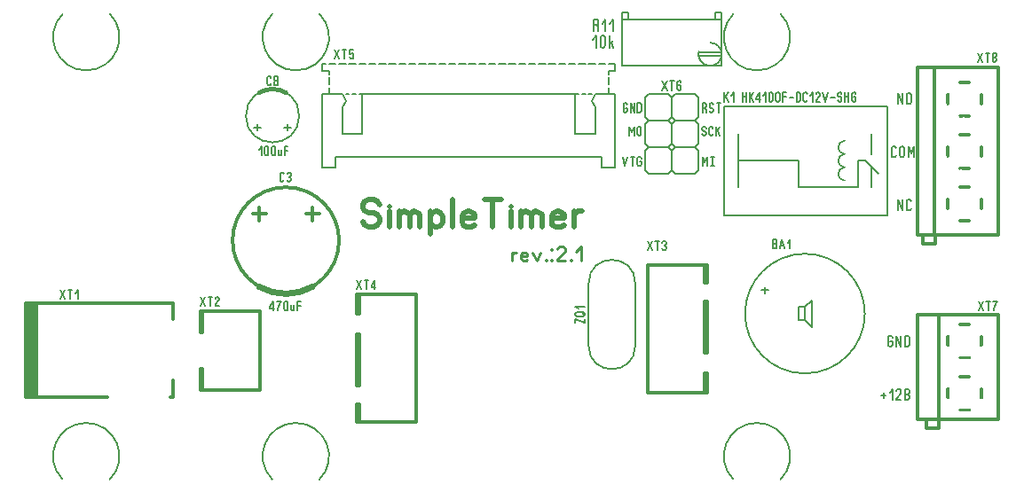
<source format=gbr>
%FSLAX34Y34*%
%MOMM*%
%LNSILK_TOP*%
G71*
G01*
%ADD10C, 0.150*%
%ADD11C, 0.159*%
%ADD12C, 0.300*%
%ADD13C, 0.200*%
%ADD14C, 0.600*%
%ADD15C, 0.400*%
%ADD16C, 0.206*%
%ADD17C, 0.191*%
%ADD18C, 0.476*%
%ADD19C, 0.238*%
%LPD*%
G54D10*
X841548Y422845D02*
X685972Y422845D01*
X685972Y318070D01*
X841548Y318070D01*
X841548Y422845D01*
G54D10*
G75*
G01X801225Y389825D02*
G03X801225Y377125I0J-6350D01*
G01*
G54D10*
G75*
G01X801225Y377125D02*
G03X801225Y364425I0J-6350D01*
G01*
G54D10*
G75*
G01X801225Y364425D02*
G03X801225Y351725I0J-6350D01*
G01*
G54D10*
X699625Y396175D02*
X699625Y345375D01*
G54D10*
X699625Y370775D02*
X756775Y370775D01*
X756775Y345375D01*
X813925Y345375D01*
X813925Y370775D01*
X820275Y370775D01*
X832975Y358075D01*
G54D10*
X826625Y345375D02*
X826625Y364425D01*
G54D10*
X826625Y396175D02*
X826625Y377125D01*
G54D11*
X686249Y427256D02*
X686249Y436145D01*
G54D11*
X686249Y430034D02*
X689804Y436145D01*
G54D11*
X687582Y431700D02*
X689804Y427256D01*
G54D11*
X692916Y432812D02*
X695138Y436145D01*
X695138Y427256D01*
G54D11*
X703446Y427070D02*
X703446Y435959D01*
G54D11*
X707002Y427070D02*
X707002Y435959D01*
G54D11*
X703446Y431515D02*
X707002Y431515D01*
G54D11*
X710114Y427070D02*
X710114Y435959D01*
G54D11*
X710114Y429848D02*
X713669Y435959D01*
G54D11*
X711447Y431515D02*
X713669Y427070D01*
G54D11*
X719447Y427070D02*
X719447Y435959D01*
X716780Y430403D01*
X716780Y429292D01*
X720336Y429292D01*
G54D11*
X723448Y432626D02*
X725670Y435959D01*
X725670Y427070D01*
G54D11*
X732336Y434292D02*
X732336Y428737D01*
X731892Y427626D01*
X731003Y427070D01*
X730114Y427070D01*
X729225Y427626D01*
X728780Y428737D01*
X728780Y434292D01*
X729225Y435403D01*
X730114Y435959D01*
X731003Y435959D01*
X731892Y435403D01*
X732336Y434292D01*
G54D11*
X739003Y434292D02*
X739003Y428737D01*
X738559Y427626D01*
X737670Y427070D01*
X736781Y427070D01*
X735892Y427626D01*
X735448Y428737D01*
X735448Y434292D01*
X735892Y435403D01*
X736781Y435959D01*
X737670Y435959D01*
X738559Y435403D01*
X739003Y434292D01*
G54D11*
X742114Y427070D02*
X742114Y435959D01*
X745226Y435959D01*
G54D11*
X742114Y431515D02*
X745226Y431515D01*
G54D11*
X748336Y430959D02*
X751892Y430959D01*
G54D11*
X755004Y427070D02*
X755004Y435959D01*
X757226Y435959D01*
X758115Y435403D01*
X758559Y434292D01*
X758559Y428737D01*
X758115Y427626D01*
X757226Y427070D01*
X755004Y427070D01*
G54D11*
X765226Y428737D02*
X764782Y427626D01*
X763893Y427070D01*
X763004Y427070D01*
X762115Y427626D01*
X761670Y428737D01*
X761670Y434292D01*
X762115Y435403D01*
X763004Y435959D01*
X763893Y435959D01*
X764782Y435403D01*
X765226Y434292D01*
G54D11*
X768338Y432626D02*
X770560Y435959D01*
X770560Y427070D01*
G54D11*
X777226Y427070D02*
X773670Y427070D01*
X773670Y427626D01*
X774115Y428737D01*
X776782Y432070D01*
X777226Y433181D01*
X777226Y434292D01*
X776782Y435403D01*
X775893Y435959D01*
X775004Y435959D01*
X774115Y435403D01*
X773670Y434292D01*
G54D11*
X780338Y435959D02*
X782560Y427070D01*
X784782Y435959D01*
G54D11*
X787892Y430959D02*
X791448Y430959D01*
G54D11*
X794560Y428737D02*
X795004Y427626D01*
X795893Y427070D01*
X796782Y427070D01*
X797671Y427626D01*
X798115Y428737D01*
X798115Y429848D01*
X797671Y430959D01*
X796782Y431515D01*
X795893Y431515D01*
X795004Y432070D01*
X794560Y433181D01*
X794560Y434292D01*
X795004Y435403D01*
X795893Y435959D01*
X796782Y435959D01*
X797671Y435403D01*
X798115Y434292D01*
G54D11*
X801226Y427070D02*
X801226Y435959D01*
G54D11*
X804782Y427070D02*
X804782Y435959D01*
G54D11*
X801226Y431515D02*
X804782Y431515D01*
G54D11*
X809671Y431515D02*
X811449Y431515D01*
X811449Y428737D01*
X811005Y427626D01*
X810116Y427070D01*
X809227Y427070D01*
X808338Y427626D01*
X807894Y428737D01*
X807894Y434292D01*
X808338Y435403D01*
X809227Y435959D01*
X810116Y435959D01*
X811005Y435403D01*
X811449Y434292D01*
G54D12*
X870700Y123525D02*
X870700Y223525D01*
X890700Y223525D01*
G54D12*
X878700Y123525D02*
X878700Y115525D01*
X890700Y115525D01*
X890700Y123525D01*
G54D12*
X870700Y123525D02*
X947525Y123525D01*
X947525Y223525D01*
G54D12*
X887525Y223525D02*
X947525Y223525D01*
G54D12*
X890700Y123525D02*
X890700Y223525D01*
G54D12*
G75*
G01X911254Y132587D02*
G03X919796Y132587I4271J15938D01*
G01*
G54D12*
G75*
G01X919796Y164463D02*
G03X911254Y164463I-4271J-15938D01*
G01*
G54D12*
G75*
G01X899587Y152796D02*
G03X899587Y144254I15938J-4271D01*
G01*
G54D12*
G75*
G01X931463Y144254D02*
G03X931463Y152796I-15938J4271D01*
G01*
G54D12*
G75*
G01X911254Y182587D02*
G03X919795Y182587I4271J15938D01*
G01*
G54D12*
G75*
G01X919795Y214463D02*
G03X911254Y214463I-4270J-15938D01*
G01*
G54D12*
G75*
G01X899587Y202795D02*
G03X899587Y194254I15938J-4270D01*
G01*
G54D12*
G75*
G01X931463Y194254D02*
G03X931463Y202795I-15938J4271D01*
G01*
G54D11*
X928605Y236614D02*
X933049Y227725D01*
G54D11*
X928605Y227725D02*
X933049Y236614D01*
G54D11*
X937937Y227725D02*
X937937Y236614D01*
G54D11*
X936160Y236614D02*
X939715Y236614D01*
G54D11*
X942827Y236614D02*
X946382Y236614D01*
X945938Y235503D01*
X945049Y233836D01*
X944160Y231614D01*
X943716Y229947D01*
X943716Y227725D01*
G54D12*
X870700Y299500D02*
X870700Y459500D01*
X887525Y459500D01*
G54D12*
X875525Y299500D02*
X875525Y291500D01*
X887525Y291500D01*
X887525Y299500D01*
G54D12*
X870700Y299500D02*
X947525Y299500D01*
X947525Y459500D01*
G54D12*
X887525Y459500D02*
X947525Y459500D01*
G54D12*
X886700Y299500D02*
X886700Y459500D01*
G54D12*
G75*
G01X911254Y313562D02*
G03X919796Y313562I4271J15938D01*
G01*
G54D12*
G75*
G01X919796Y345438D02*
G03X911254Y345438I-4271J-15938D01*
G01*
G54D12*
G75*
G01X899587Y333771D02*
G03X899587Y325229I15938J-4271D01*
G01*
G54D12*
G75*
G01X931463Y325229D02*
G03X931463Y333771I-15938J4271D01*
G01*
G54D12*
G75*
G01X911254Y363562D02*
G03X919795Y363562I4271J15938D01*
G01*
G54D12*
G75*
G01X919795Y395438D02*
G03X911254Y395438I-4270J-15938D01*
G01*
G54D12*
G75*
G01X899587Y383771D02*
G03X899587Y375230I15938J-4271D01*
G01*
G54D12*
G75*
G01X931463Y375230D02*
G03X931463Y383771I-15938J4270D01*
G01*
G54D12*
G75*
G01X911254Y413562D02*
G03X919795Y413562I4271J15938D01*
G01*
G54D12*
G75*
G01X919795Y445438D02*
G03X911254Y445438I-4270J-15938D01*
G01*
G54D12*
G75*
G01X899587Y433771D02*
G03X899587Y425230I15938J-4271D01*
G01*
G54D12*
G75*
G01X931462Y425230D02*
G03X931462Y433771I-15937J4270D01*
G01*
G54D11*
X927926Y473816D02*
X932371Y464927D01*
G54D11*
X927926Y464927D02*
X932371Y473816D01*
G54D11*
X937259Y464927D02*
X937259Y473816D01*
G54D11*
X935481Y473816D02*
X939037Y473816D01*
G54D11*
X944371Y469372D02*
X943482Y469372D01*
X942593Y469927D01*
X942148Y471039D01*
X942148Y472150D01*
X942593Y473261D01*
X943482Y473816D01*
X944371Y473816D01*
X945260Y473261D01*
X945704Y472150D01*
X945704Y471039D01*
X945260Y469927D01*
X944371Y469372D01*
X945260Y468816D01*
X945704Y467705D01*
X945704Y466594D01*
X945260Y465483D01*
X944371Y464927D01*
X943482Y464927D01*
X942593Y465483D01*
X942148Y466594D01*
X942148Y467705D01*
X942593Y468816D01*
X943482Y469372D01*
G54D10*
X658350Y358075D02*
X639300Y358075D01*
G54D10*
X661525Y361250D02*
X658350Y358075D01*
G54D10*
X661525Y361250D02*
X661525Y380300D01*
G54D10*
X636125Y361250D02*
X636125Y380300D01*
G54D10*
X639300Y383475D02*
X658350Y383475D01*
G54D10*
X661525Y380300D02*
X658350Y383475D01*
G54D10*
X639300Y383475D02*
X636125Y380300D01*
G54D10*
X636125Y361250D02*
X639300Y358075D01*
G54D10*
X632950Y358075D02*
X613900Y358075D01*
G54D10*
X636125Y361250D02*
X632950Y358075D01*
G54D10*
X636125Y361250D02*
X636125Y380300D01*
G54D10*
X610725Y361250D02*
X610725Y380300D01*
G54D10*
X613900Y383475D02*
X632950Y383475D01*
G54D10*
X636125Y380300D02*
X632950Y383475D01*
G54D10*
X613900Y383475D02*
X610725Y380300D01*
G54D10*
X610725Y361250D02*
X613900Y358075D01*
G54D10*
X658350Y383475D02*
X639300Y383475D01*
G54D10*
X661525Y386650D02*
X658350Y383475D01*
G54D10*
X661525Y386650D02*
X661525Y405700D01*
G54D10*
X636125Y386650D02*
X636125Y405700D01*
G54D10*
X639300Y408875D02*
X658350Y408875D01*
G54D10*
X661525Y405700D02*
X658350Y408875D01*
G54D10*
X639300Y408875D02*
X636125Y405700D01*
G54D10*
X636125Y386650D02*
X639300Y383475D01*
G54D10*
X632950Y383475D02*
X613900Y383475D01*
G54D10*
X636125Y386650D02*
X632950Y383475D01*
G54D10*
X636125Y386650D02*
X636125Y405700D01*
G54D10*
X610725Y386650D02*
X610725Y405700D01*
G54D10*
X613900Y408875D02*
X632950Y408875D01*
G54D10*
X636125Y405700D02*
X632950Y408875D01*
G54D10*
X613900Y408875D02*
X610725Y405700D01*
G54D10*
X610725Y386650D02*
X613900Y383475D01*
G54D10*
X658350Y408875D02*
X639300Y408875D01*
G54D10*
X661525Y412050D02*
X658350Y408875D01*
G54D10*
X661525Y412050D02*
X661525Y431100D01*
G54D10*
X636125Y412050D02*
X636125Y431100D01*
G54D10*
X639300Y434275D02*
X658350Y434275D01*
G54D10*
X661525Y431100D02*
X658350Y434275D01*
G54D10*
X639300Y434275D02*
X636125Y431100D01*
G54D10*
X636125Y412050D02*
X639300Y408875D01*
G54D10*
X632950Y408875D02*
X613900Y408875D01*
G54D10*
X636125Y412050D02*
X632950Y408875D01*
G54D10*
X636125Y412050D02*
X636125Y431100D01*
G54D10*
X610725Y412050D02*
X610725Y431100D01*
G54D10*
X613900Y434275D02*
X632950Y434275D01*
G54D10*
X636125Y431100D02*
X632950Y434275D01*
G54D10*
X613900Y434275D02*
X610725Y431100D01*
G54D10*
X610725Y412050D02*
X613900Y408875D01*
G54D11*
X665433Y365696D02*
X665433Y374585D01*
X667655Y369030D01*
X669877Y374585D01*
X669877Y365696D01*
G54D11*
X672988Y365696D02*
X676543Y365696D01*
G54D11*
X674766Y365696D02*
X674766Y374585D01*
G54D11*
X672988Y374585D02*
X676543Y374585D01*
G54D11*
X665076Y396256D02*
X665521Y395145D01*
X666410Y394590D01*
X667299Y394590D01*
X668188Y395145D01*
X668632Y396256D01*
X668632Y397367D01*
X668188Y398478D01*
X667299Y399034D01*
X666410Y399034D01*
X665521Y399590D01*
X665076Y400701D01*
X665076Y401812D01*
X665521Y402923D01*
X666410Y403478D01*
X667299Y403478D01*
X668188Y402923D01*
X668632Y401812D01*
G54D11*
X675299Y396256D02*
X674854Y395145D01*
X673966Y394590D01*
X673077Y394590D01*
X672188Y395145D01*
X671743Y396256D01*
X671743Y401812D01*
X672188Y402923D01*
X673077Y403478D01*
X673966Y403478D01*
X674854Y402923D01*
X675299Y401812D01*
G54D11*
X678410Y394590D02*
X678410Y403478D01*
G54D11*
X678410Y397367D02*
X681966Y403478D01*
G54D11*
X679744Y399034D02*
X681966Y394590D01*
G54D11*
X667233Y421258D02*
X668566Y420147D01*
X669010Y419036D01*
X669010Y416814D01*
G54D11*
X665455Y416814D02*
X665455Y425703D01*
X667677Y425703D01*
X668566Y425147D01*
X669010Y424036D01*
X669010Y422925D01*
X668566Y421814D01*
X667677Y421258D01*
X665455Y421258D01*
G54D11*
X672122Y418481D02*
X672566Y417370D01*
X673455Y416814D01*
X674344Y416814D01*
X675233Y417370D01*
X675677Y418481D01*
X675677Y419592D01*
X675233Y420703D01*
X674344Y421258D01*
X673455Y421258D01*
X672566Y421814D01*
X672122Y422925D01*
X672122Y424036D01*
X672566Y425147D01*
X673455Y425703D01*
X674344Y425703D01*
X675233Y425147D01*
X675677Y424036D01*
G54D11*
X680567Y416814D02*
X680567Y425703D01*
G54D11*
X678789Y425703D02*
X682344Y425703D01*
G54D11*
X589184Y374585D02*
X591406Y365696D01*
X593628Y374585D01*
G54D11*
X598517Y365696D02*
X598517Y374585D01*
G54D11*
X596739Y374585D02*
X600294Y374585D01*
G54D11*
X605184Y370141D02*
X606961Y370141D01*
X606961Y367363D01*
X606517Y366252D01*
X605628Y365696D01*
X604739Y365696D01*
X603850Y366252D01*
X603406Y367363D01*
X603406Y372919D01*
X603850Y374030D01*
X604739Y374585D01*
X605628Y374585D01*
X606517Y374030D01*
X606961Y372919D01*
G54D11*
X595657Y394588D02*
X595657Y403477D01*
X597879Y397922D01*
X600101Y403477D01*
X600101Y394588D01*
G54D11*
X606767Y401811D02*
X606767Y396255D01*
X606323Y395144D01*
X605434Y394588D01*
X604545Y394588D01*
X603656Y395144D01*
X603212Y396255D01*
X603212Y401811D01*
X603656Y402922D01*
X604545Y403477D01*
X605434Y403477D01*
X606323Y402922D01*
X606767Y401811D01*
G54D11*
X591866Y421259D02*
X593643Y421259D01*
X593643Y418481D01*
X593199Y417370D01*
X592310Y416814D01*
X591421Y416814D01*
X590532Y417370D01*
X590088Y418481D01*
X590088Y424037D01*
X590532Y425148D01*
X591421Y425703D01*
X592310Y425703D01*
X593199Y425148D01*
X593643Y424037D01*
G54D11*
X596755Y416814D02*
X596755Y425703D01*
X600310Y416814D01*
X600310Y425703D01*
G54D11*
X603422Y416814D02*
X603422Y425703D01*
X605644Y425703D01*
X606533Y425148D01*
X606977Y424037D01*
X606977Y418481D01*
X606533Y417370D01*
X605644Y416814D01*
X603422Y416814D01*
G54D11*
X627110Y446975D02*
X631554Y438086D01*
G54D11*
X627110Y438086D02*
X631554Y446975D01*
G54D11*
X636442Y438086D02*
X636442Y446975D01*
G54D11*
X634665Y446975D02*
X638220Y446975D01*
G54D11*
X644887Y445308D02*
X644443Y446419D01*
X643554Y446975D01*
X642665Y446975D01*
X641776Y446419D01*
X641332Y445308D01*
X641332Y442531D01*
X641332Y441975D01*
X642665Y443086D01*
X643554Y443086D01*
X644443Y442531D01*
X644887Y441419D01*
X644887Y439753D01*
X644443Y438642D01*
X643554Y438086D01*
X642665Y438086D01*
X641776Y438642D01*
X641332Y439753D01*
X641332Y442531D01*
G54D13*
G75*
G01X820275Y224725D02*
G03X820275Y224725I-57150J0D01*
G01*
G54D13*
X721850Y246950D02*
X728200Y246950D01*
G54D13*
X725025Y250125D02*
X725025Y243775D01*
G54D13*
X756775Y231075D02*
X756775Y218375D01*
X763125Y218375D01*
X763125Y231075D01*
X756775Y231075D01*
G54D13*
X763125Y231075D02*
X769475Y237425D01*
X769475Y212025D01*
X763125Y218375D01*
G54D11*
X732514Y286750D02*
X732514Y295639D01*
X734736Y295639D01*
X735625Y295083D01*
X736069Y293972D01*
X736069Y292861D01*
X735625Y291750D01*
X734736Y291194D01*
X735625Y290639D01*
X736069Y289528D01*
X736069Y288417D01*
X735625Y287306D01*
X734736Y286750D01*
X732514Y286750D01*
G54D11*
X732514Y291194D02*
X734736Y291194D01*
G54D11*
X739180Y286750D02*
X741403Y295639D01*
X743625Y286750D01*
G54D11*
X740069Y290083D02*
X742736Y290083D01*
G54D11*
X746736Y292306D02*
X748958Y295639D01*
X748958Y286750D01*
G54D12*
X186500Y152100D02*
X243500Y152100D01*
X243500Y227100D01*
X186500Y227100D01*
X186500Y207100D01*
G54D12*
X186500Y152100D02*
X186500Y172100D01*
G54D12*
X188500Y152100D02*
X188500Y172100D01*
G54D12*
X188500Y207100D02*
X188500Y227100D01*
G54D11*
X186357Y240679D02*
X190801Y231790D01*
G54D11*
X186357Y231790D02*
X190801Y240679D01*
G54D11*
X195690Y231790D02*
X195690Y240679D01*
G54D11*
X193912Y240679D02*
X197468Y240679D01*
G54D11*
X204134Y231790D02*
X200579Y231790D01*
X200579Y232346D01*
X201023Y233457D01*
X203690Y236790D01*
X204134Y237901D01*
X204134Y239012D01*
X203690Y240123D01*
X202801Y240679D01*
X201912Y240679D01*
X201023Y240123D01*
X200579Y239012D01*
G54D10*
G75*
G01X55002Y511048D02*
G03X99798Y511048I22398J-22398D01*
G01*
G54D10*
G75*
G01X255002Y511048D02*
G03X299798Y511048I22398J-22398D01*
G01*
G54D10*
G75*
G01X695002Y511048D02*
G03X739798Y511048I22398J-22398D01*
G01*
G54D10*
G75*
G01X99798Y66252D02*
G03X55002Y66252I-22398J22398D01*
G01*
G54D10*
G75*
G01X299798Y66252D02*
G03X255002Y66252I-22398J22398D01*
G01*
G54D10*
G75*
G01X739798Y66252D02*
G03X695002Y66252I-22398J22398D01*
G01*
G54D12*
X159875Y234800D02*
X159875Y219800D01*
G54D12*
X159875Y234800D02*
X19875Y234800D01*
X19875Y144800D01*
X97375Y144800D01*
G54D12*
X159875Y160837D02*
X159875Y144800D01*
G54D12*
X159875Y144800D02*
X157375Y144800D01*
G36*
X29875Y234800D02*
X19875Y234800D01*
X19875Y144800D01*
X29875Y144800D01*
X29875Y234800D01*
G37*
G54D12*
X29875Y234800D02*
X19875Y234800D01*
X19875Y144800D01*
X29875Y144800D01*
X29875Y234800D01*
G54D11*
X52782Y247620D02*
X57227Y238731D01*
G54D11*
X52782Y238731D02*
X57227Y247620D01*
G54D11*
X62115Y238731D02*
X62115Y247620D01*
G54D11*
X60337Y247620D02*
X63893Y247620D01*
G54D11*
X67004Y244287D02*
X69227Y247620D01*
X69227Y238731D01*
G54D12*
G75*
G01X318625Y294575D02*
G03X318625Y294575I-50800J0D01*
G01*
G54D14*
G75*
G01X242325Y250408D02*
G03X293325Y250408I25500J44167D01*
G01*
G54D12*
X242425Y313625D02*
X242425Y326325D01*
G54D12*
X236075Y319975D02*
X248775Y319975D01*
G54D12*
X293225Y313625D02*
X293225Y326325D01*
G54D12*
X286875Y319975D02*
X299575Y319975D01*
G54D11*
X265948Y352302D02*
X265503Y351191D01*
X264614Y350636D01*
X263725Y350636D01*
X262836Y351191D01*
X262392Y352302D01*
X262392Y357858D01*
X262836Y358969D01*
X263725Y359524D01*
X264614Y359524D01*
X265503Y358969D01*
X265948Y357858D01*
G54D11*
X269059Y357858D02*
X269504Y358969D01*
X270392Y359524D01*
X271281Y359524D01*
X272170Y358969D01*
X272614Y357858D01*
X272614Y356747D01*
X272170Y355636D01*
X271281Y355080D01*
X272170Y354524D01*
X272614Y353413D01*
X272614Y352302D01*
X272170Y351191D01*
X271281Y350636D01*
X270392Y350636D01*
X269504Y351191D01*
X269059Y352302D01*
G54D11*
X255538Y227596D02*
X255538Y236485D01*
X252872Y230930D01*
X252872Y229819D01*
X256427Y229819D01*
G54D11*
X259538Y236485D02*
X263094Y236485D01*
X262650Y235374D01*
X261761Y233708D01*
X260872Y231485D01*
X260427Y229819D01*
X260427Y227596D01*
G54D11*
X269761Y234819D02*
X269761Y229263D01*
X269317Y228152D01*
X268428Y227596D01*
X267539Y227596D01*
X266650Y228152D01*
X266206Y229263D01*
X266206Y234819D01*
X266650Y235930D01*
X267539Y236485D01*
X268428Y236485D01*
X269317Y235930D01*
X269761Y234819D01*
G54D11*
X275539Y232596D02*
X275539Y227596D01*
G54D11*
X275539Y228708D02*
X275095Y227819D01*
X274206Y227596D01*
X273317Y227819D01*
X272872Y228708D01*
X272872Y232596D01*
G54D11*
X278650Y227596D02*
X278650Y236485D01*
X281762Y236485D01*
G54D11*
X278650Y232041D02*
X281762Y232041D01*
G54D13*
G75*
G01X280525Y413638D02*
G03X280525Y413638I-25400J0D01*
G01*
G54D15*
G75*
G01X267875Y435721D02*
G03X242375Y435721I-12750J-22084D01*
G01*
G54D13*
X240838Y405700D02*
X240838Y399350D01*
G54D13*
X244012Y402525D02*
X237662Y402525D01*
G54D13*
X269412Y405700D02*
X269412Y399350D01*
G54D13*
X272588Y402525D02*
X266238Y402525D01*
G54D11*
X253574Y444354D02*
X253130Y443243D01*
X252241Y442688D01*
X251352Y442688D01*
X250464Y443243D01*
X250019Y444354D01*
X250019Y449910D01*
X250464Y451021D01*
X251352Y451576D01*
X252241Y451576D01*
X253130Y451021D01*
X253574Y449910D01*
G54D11*
X258908Y447132D02*
X258019Y447132D01*
X257130Y447688D01*
X256686Y448799D01*
X256686Y449910D01*
X257130Y451021D01*
X258019Y451576D01*
X258908Y451576D01*
X259797Y451021D01*
X260242Y449910D01*
X260242Y448799D01*
X259797Y447688D01*
X258908Y447132D01*
X259797Y446576D01*
X260242Y445465D01*
X260242Y444354D01*
X259797Y443243D01*
X258908Y442688D01*
X258019Y442688D01*
X257130Y443243D01*
X256686Y444354D01*
X256686Y445465D01*
X257130Y446576D01*
X258019Y447132D01*
G54D11*
X242240Y381454D02*
X244462Y384787D01*
X244462Y375898D01*
G54D11*
X251128Y383121D02*
X251128Y377565D01*
X250684Y376454D01*
X249795Y375898D01*
X248906Y375898D01*
X248017Y376454D01*
X247572Y377565D01*
X247572Y383121D01*
X248017Y384232D01*
X248906Y384787D01*
X249795Y384787D01*
X250684Y384232D01*
X251128Y383121D01*
G54D11*
X257795Y383121D02*
X257795Y377565D01*
X257351Y376454D01*
X256462Y375898D01*
X255573Y375898D01*
X254684Y376454D01*
X254240Y377565D01*
X254240Y383121D01*
X254684Y384232D01*
X255573Y384787D01*
X256462Y384787D01*
X257351Y384232D01*
X257795Y383121D01*
G54D11*
X263573Y380898D02*
X263573Y375898D01*
G54D11*
X263573Y377010D02*
X263129Y376121D01*
X262240Y375898D01*
X261351Y376121D01*
X260906Y377010D01*
X260906Y380898D01*
G54D11*
X266684Y375898D02*
X266684Y384787D01*
X269796Y384787D01*
G54D11*
X266684Y380343D02*
X269796Y380343D01*
G54D12*
X667225Y271150D02*
X667225Y254500D01*
X670225Y254500D01*
X670225Y271150D01*
G54D12*
X670225Y148925D02*
X670225Y167750D01*
X667225Y167750D01*
X667225Y148925D01*
G54D12*
X667225Y236150D02*
X667225Y206150D01*
G54D12*
X670225Y236150D02*
X670225Y206150D01*
G54D12*
X670225Y254500D02*
X670225Y271150D01*
X613225Y271150D01*
X613225Y148925D01*
X670225Y148925D01*
X670225Y167750D01*
G54D12*
X670225Y236150D02*
X667225Y236150D01*
X667225Y187100D01*
X670225Y187100D01*
X670225Y236150D01*
G54D11*
X612764Y294133D02*
X617208Y285244D01*
G54D11*
X612764Y285244D02*
X617208Y294133D01*
G54D11*
X622096Y285244D02*
X622096Y294133D01*
G54D11*
X620318Y294133D02*
X623874Y294133D01*
G54D11*
X626986Y292467D02*
X627430Y293578D01*
X628319Y294133D01*
X629208Y294133D01*
X630097Y293578D01*
X630541Y292467D01*
X630541Y291356D01*
X630097Y290244D01*
X629208Y289689D01*
X630097Y289133D01*
X630541Y288022D01*
X630541Y286911D01*
X630097Y285800D01*
X629208Y285244D01*
X628319Y285244D01*
X627430Y285800D01*
X626986Y286911D01*
G54D12*
X338325Y121150D02*
X338325Y137800D01*
X335325Y137800D01*
X335325Y121150D01*
G54D12*
X335325Y243375D02*
X335325Y224550D01*
X338325Y224550D01*
X338325Y243375D01*
G54D12*
X338325Y156150D02*
X338325Y186150D01*
G54D12*
X335325Y156150D02*
X335325Y186150D01*
G54D12*
X335325Y137800D02*
X335325Y121150D01*
X392325Y121150D01*
X392325Y243375D01*
X335325Y243375D01*
X335325Y224550D01*
G54D12*
X335325Y156150D02*
X338325Y156150D01*
X338325Y205200D01*
X335325Y205200D01*
X335325Y156150D01*
G54D11*
X335428Y256795D02*
X339872Y247906D01*
G54D11*
X335428Y247906D02*
X339872Y256795D01*
G54D11*
X344761Y247906D02*
X344761Y256795D01*
G54D11*
X342983Y256795D02*
X346538Y256795D01*
G54D11*
X352317Y247906D02*
X352317Y256795D01*
X349650Y251239D01*
X349650Y250128D01*
X353206Y250128D01*
G54D13*
X556775Y193625D02*
X556775Y253925D01*
G54D13*
X601175Y193725D02*
X601175Y254025D01*
G54D13*
G75*
G01X556775Y193825D02*
G03X601175Y193825I22200J0D01*
G01*
G54D13*
G75*
G01X601175Y253925D02*
G03X556775Y253925I-22200J0D01*
G01*
G54D11*
X543964Y215644D02*
X543964Y219199D01*
X552853Y215644D01*
X552853Y219199D01*
G54D11*
X551186Y224088D02*
X552853Y226310D01*
G54D11*
X545630Y225866D02*
X551186Y225866D01*
X552297Y225422D01*
X552853Y224533D01*
X552853Y223644D01*
X552297Y222755D01*
X551186Y222310D01*
X545630Y222310D01*
X544519Y222755D01*
X543964Y223644D01*
X543964Y224533D01*
X544519Y225422D01*
X545630Y225866D01*
G54D11*
X547297Y229422D02*
X543964Y231644D01*
X552853Y231644D01*
G54D13*
X302750Y434275D02*
X302750Y364425D01*
G54D13*
X340850Y434275D02*
X544050Y434275D01*
G54D13*
X582150Y364425D02*
X569450Y364425D01*
G54D13*
X315450Y364425D02*
X302750Y364425D01*
G54D13*
X315450Y364425D02*
X315450Y373950D01*
X569450Y373950D01*
X569450Y364425D01*
G54D13*
X321800Y421575D02*
X321800Y396175D01*
G54D13*
X321800Y434275D02*
X324975Y427925D01*
X321800Y421575D01*
G54D13*
X340850Y434275D02*
X340850Y396175D01*
G54D13*
X321800Y434275D02*
X302750Y434275D01*
G54D13*
X321800Y396175D02*
X340850Y396175D01*
G54D13*
X324975Y434275D02*
X328150Y434275D01*
G54D13*
X331325Y434275D02*
X334500Y434275D01*
G54D13*
X337675Y434275D02*
X340850Y434275D01*
G54D13*
X563100Y421575D02*
X563100Y396175D01*
G54D13*
X563100Y434275D02*
X559925Y427925D01*
X563100Y421575D01*
G54D13*
X544050Y434275D02*
X544050Y396175D01*
G54D13*
X563100Y396175D02*
X544050Y396175D01*
G54D13*
X582150Y364425D02*
X582150Y434275D01*
G54D13*
X563100Y434275D02*
X582150Y434275D01*
G54D13*
X559925Y434275D02*
X556750Y434275D01*
G54D13*
X553575Y434275D02*
X550400Y434275D01*
G54D13*
X547225Y434275D02*
X544050Y434275D01*
G54D13*
X309100Y434275D02*
X309100Y440625D01*
G54D13*
X309100Y443800D02*
X309100Y450150D01*
G54D13*
X309100Y453325D02*
X309100Y456500D01*
X302750Y456500D01*
X302750Y462850D01*
X305925Y462850D01*
G54D13*
X575800Y434275D02*
X575800Y440625D01*
G54D13*
X575800Y443800D02*
X575800Y450150D01*
G54D13*
X575800Y453325D02*
X575800Y456500D01*
X582150Y456500D01*
X582150Y462850D01*
X575800Y462850D01*
G54D13*
X309100Y462850D02*
X315450Y462850D01*
G54D13*
X318625Y462850D02*
X324975Y462850D01*
G54D13*
X328150Y462850D02*
X334500Y462850D01*
G54D13*
X337675Y462850D02*
X344025Y462850D01*
G54D13*
X347200Y462850D02*
X353550Y462850D01*
G54D13*
X356725Y462850D02*
X363075Y462850D01*
G54D13*
X366250Y462850D02*
X372600Y462850D01*
G54D13*
X375775Y462850D02*
X382125Y462850D01*
G54D13*
X385300Y462850D02*
X391650Y462850D01*
G54D13*
X394825Y462850D02*
X401175Y462850D01*
G54D13*
X404350Y462850D02*
X410700Y462850D01*
G54D13*
X413875Y462850D02*
X420225Y462850D01*
G54D13*
X423400Y462850D02*
X429750Y462850D01*
G54D13*
X432925Y462850D02*
X439275Y462850D01*
G54D13*
X442450Y462850D02*
X448800Y462850D01*
G54D13*
X451975Y462850D02*
X458325Y462850D01*
G54D13*
X461500Y462850D02*
X467850Y462850D01*
G54D13*
X471025Y462850D02*
X477375Y462850D01*
G54D13*
X480550Y462850D02*
X486900Y462850D01*
G54D13*
X490075Y462850D02*
X496425Y462850D01*
G54D13*
X499600Y462850D02*
X505950Y462850D01*
G54D13*
X509125Y462850D02*
X515475Y462850D01*
G54D13*
X518650Y462850D02*
X525000Y462850D01*
G54D13*
X528175Y462850D02*
X534525Y462850D01*
G54D13*
X537700Y462850D02*
X544050Y462850D01*
G54D13*
X547225Y462850D02*
X553575Y462850D01*
G54D13*
X556750Y462850D02*
X563100Y462850D01*
G54D13*
X566275Y462850D02*
X572625Y462850D01*
G54D11*
X314450Y476864D02*
X318894Y467975D01*
G54D11*
X314450Y467975D02*
X318894Y476864D01*
G54D11*
X323783Y467975D02*
X323783Y476864D01*
G54D11*
X322005Y476864D02*
X325561Y476864D01*
G54D11*
X332228Y476864D02*
X328672Y476864D01*
X328672Y472975D01*
X329116Y472975D01*
X330006Y473531D01*
X330894Y473531D01*
X331783Y472975D01*
X332228Y471864D01*
X332228Y469642D01*
X331783Y468531D01*
X330894Y467975D01*
X330006Y467975D01*
X329116Y468531D01*
X328672Y469642D01*
G54D10*
X588500Y505712D02*
X683750Y505712D01*
X683750Y461262D01*
X588500Y461262D01*
X588500Y505712D01*
G54D10*
G75*
G01X683750Y472375D02*
G03X672638Y483487I-11112J0D01*
G01*
G54D10*
X661525Y473962D02*
X683750Y473962D01*
G54D10*
X588500Y505712D02*
X588500Y512062D01*
X594850Y512062D01*
X594850Y505712D01*
G54D10*
X677400Y505712D02*
X677400Y512062D01*
X683750Y512062D01*
X683750Y505712D01*
G54D10*
G75*
G01X661904Y475251D02*
G03X683750Y472375I10734J-2876D01*
G01*
G54D10*
X661525Y470788D02*
X683750Y470788D01*
G54D16*
X563674Y500119D02*
X565407Y498674D01*
X565985Y497230D01*
X565985Y494341D01*
G54D16*
X561363Y494341D02*
X561363Y505897D01*
X564252Y505897D01*
X565407Y505174D01*
X565985Y503730D01*
X565985Y502285D01*
X565407Y500841D01*
X564252Y500119D01*
X561363Y500119D01*
G54D16*
X570029Y501563D02*
X572918Y505897D01*
X572918Y494341D01*
G54D16*
X576962Y501563D02*
X579851Y505897D01*
X579851Y494341D01*
G54D16*
X561070Y486083D02*
X563959Y490417D01*
X563959Y478861D01*
G54D16*
X572625Y488250D02*
X572625Y481028D01*
X572047Y479583D01*
X570892Y478861D01*
X569736Y478861D01*
X568580Y479583D01*
X568003Y481028D01*
X568003Y488250D01*
X568580Y489694D01*
X569736Y490417D01*
X570892Y490417D01*
X572047Y489694D01*
X572625Y488250D01*
G54D16*
X576669Y478861D02*
X576669Y490417D01*
G54D16*
X578402Y483194D02*
X580135Y478861D01*
G54D16*
X576669Y481750D02*
X580135Y485361D01*
G54D17*
X852025Y323150D02*
X852025Y333817D01*
X856292Y323150D01*
X856292Y333817D01*
G54D17*
X864292Y325150D02*
X863758Y323817D01*
X862692Y323150D01*
X861625Y323150D01*
X860558Y323817D01*
X860025Y325150D01*
X860025Y331817D01*
X860558Y333150D01*
X861625Y333817D01*
X862692Y333817D01*
X863758Y333150D01*
X864292Y331817D01*
G54D17*
X852025Y424750D02*
X852025Y435417D01*
X856292Y424750D01*
X856292Y435417D01*
G54D17*
X864292Y433417D02*
X864292Y426750D01*
X863758Y425417D01*
X862692Y424750D01*
X861625Y424750D01*
X860558Y425417D01*
X860025Y426750D01*
X860025Y433417D01*
X860558Y434750D01*
X861625Y435417D01*
X862692Y435417D01*
X863758Y434750D01*
X864292Y433417D01*
G54D17*
X849942Y375950D02*
X849408Y374617D01*
X848342Y373950D01*
X847275Y373950D01*
X846208Y374617D01*
X845675Y375950D01*
X845675Y382617D01*
X846208Y383950D01*
X847275Y384617D01*
X848342Y384617D01*
X849408Y383950D01*
X849942Y382617D01*
G54D17*
X857942Y382617D02*
X857942Y375950D01*
X857408Y374617D01*
X856342Y373950D01*
X855275Y373950D01*
X854208Y374617D01*
X853675Y375950D01*
X853675Y382617D01*
X854208Y383950D01*
X855275Y384617D01*
X856342Y384617D01*
X857408Y383950D01*
X857942Y382617D01*
G54D17*
X861675Y373950D02*
X861675Y384617D01*
X864342Y377950D01*
X867008Y384617D01*
X867008Y373950D01*
G54D17*
X836150Y146842D02*
X840417Y146842D01*
G54D17*
X838283Y149508D02*
X838283Y144175D01*
G54D17*
X844150Y148842D02*
X846817Y152842D01*
X846817Y142175D01*
G54D17*
X854817Y142175D02*
X850550Y142175D01*
X850550Y142842D01*
X851083Y144175D01*
X854283Y148175D01*
X854817Y149508D01*
X854817Y150842D01*
X854283Y152175D01*
X853217Y152842D01*
X852150Y152842D01*
X851083Y152175D01*
X850550Y150842D01*
G54D17*
X858550Y142175D02*
X858550Y152842D01*
X861217Y152842D01*
X862283Y152175D01*
X862817Y150842D01*
X862817Y149508D01*
X862283Y148175D01*
X861217Y147508D01*
X862283Y146842D01*
X862817Y145508D01*
X862817Y144175D01*
X862283Y142842D01*
X861217Y142175D01*
X858550Y142175D01*
G54D17*
X858550Y147508D02*
X861217Y147508D01*
G54D17*
X844633Y198308D02*
X846767Y198308D01*
X846767Y194975D01*
X846233Y193642D01*
X845167Y192975D01*
X844100Y192975D01*
X843033Y193642D01*
X842500Y194975D01*
X842500Y201642D01*
X843033Y202975D01*
X844100Y203642D01*
X845167Y203642D01*
X846233Y202975D01*
X846767Y201642D01*
G54D17*
X850500Y192975D02*
X850500Y203642D01*
X854767Y192975D01*
X854767Y203642D01*
G54D17*
X858500Y192975D02*
X858500Y203642D01*
X861167Y203642D01*
X862233Y202975D01*
X862767Y201642D01*
X862767Y194975D01*
X862233Y193642D01*
X861167Y192975D01*
X858500Y192975D01*
G54D18*
X341332Y312316D02*
X343332Y308983D01*
X347332Y307316D01*
X351332Y307316D01*
X355332Y308983D01*
X357332Y312316D01*
X357332Y315650D01*
X355332Y318983D01*
X351332Y320650D01*
X347332Y320650D01*
X343332Y322316D01*
X341332Y325650D01*
X341332Y328983D01*
X343332Y332316D01*
X347332Y333983D01*
X351332Y333983D01*
X355332Y332316D01*
X357332Y328983D01*
G54D18*
X366665Y307316D02*
X366665Y322316D01*
G54D18*
X366665Y327316D02*
X366665Y327316D01*
G54D18*
X375998Y307316D02*
X375998Y322316D01*
G54D18*
X375998Y319650D02*
X379998Y322316D01*
X383998Y321316D01*
X385998Y318983D01*
X385998Y307316D01*
G54D18*
X385998Y319650D02*
X389998Y322316D01*
X393998Y321316D01*
X395998Y318983D01*
X395998Y307316D01*
G54D18*
X405331Y322316D02*
X405331Y300650D01*
G54D18*
X405331Y312316D02*
X407331Y307983D01*
X411331Y307316D01*
X415331Y307983D01*
X417331Y311316D01*
X417331Y317983D01*
X415331Y321316D01*
X411331Y322316D01*
X407331Y321316D01*
X405331Y317316D01*
G54D18*
X426664Y307316D02*
X426664Y333983D01*
G54D18*
X447997Y308983D02*
X444797Y307316D01*
X440797Y307316D01*
X436797Y308983D01*
X435997Y312316D01*
X435997Y317983D01*
X437997Y321316D01*
X441997Y322316D01*
X445997Y321316D01*
X447997Y318983D01*
X447997Y315650D01*
X435997Y315650D01*
G54D18*
X465330Y307316D02*
X465330Y333983D01*
G54D18*
X457330Y333983D02*
X473330Y333983D01*
G54D18*
X482663Y307316D02*
X482663Y322316D01*
G54D18*
X482663Y327316D02*
X482663Y327316D01*
G54D18*
X491996Y307316D02*
X491996Y322316D01*
G54D18*
X491996Y319650D02*
X495996Y322316D01*
X499996Y321316D01*
X501996Y318983D01*
X501996Y307316D01*
G54D18*
X501996Y319650D02*
X505996Y322316D01*
X509996Y321316D01*
X511996Y318983D01*
X511996Y307316D01*
G54D18*
X533329Y308983D02*
X530129Y307316D01*
X526129Y307316D01*
X522129Y308983D01*
X521329Y312316D01*
X521329Y317983D01*
X523329Y321316D01*
X527329Y322316D01*
X531329Y321316D01*
X533329Y318983D01*
X533329Y315650D01*
X521329Y315650D01*
G54D18*
X542662Y307316D02*
X542662Y322316D01*
G54D18*
X542662Y318983D02*
X546662Y322316D01*
X550662Y322316D01*
G54D19*
X483725Y275525D02*
X483725Y283025D01*
G54D19*
X483725Y281358D02*
X485725Y283025D01*
X487725Y283025D01*
G54D19*
X498392Y276358D02*
X496792Y275525D01*
X494792Y275525D01*
X492792Y276358D01*
X492392Y278025D01*
X492392Y280858D01*
X493392Y282525D01*
X495392Y283025D01*
X497392Y282525D01*
X498392Y281358D01*
X498392Y279692D01*
X492392Y279692D01*
G54D19*
X503059Y283025D02*
X507059Y275525D01*
X511059Y283025D01*
G54D19*
X516526Y275525D02*
X515726Y275525D01*
X515726Y276192D01*
X516526Y276192D01*
X516526Y275525D01*
X515726Y275525D01*
G54D19*
X521193Y275525D02*
X521993Y275525D01*
X521993Y276192D01*
X521193Y276192D01*
X521193Y275525D01*
G54D19*
X521993Y285525D02*
X521193Y285525D01*
X521193Y286192D01*
X521993Y286192D01*
X521993Y285525D01*
G54D19*
X534660Y275525D02*
X526660Y275525D01*
X526660Y276358D01*
X527660Y278025D01*
X533660Y283025D01*
X534660Y284692D01*
X534660Y286358D01*
X533660Y288025D01*
X531660Y288858D01*
X529660Y288858D01*
X527660Y288025D01*
X526660Y286358D01*
G54D19*
X540127Y275525D02*
X539327Y275525D01*
X539327Y276192D01*
X540127Y276192D01*
X540127Y275525D01*
X539327Y275525D01*
G54D19*
X544794Y283858D02*
X549794Y288858D01*
X549794Y275525D01*
M02*

</source>
